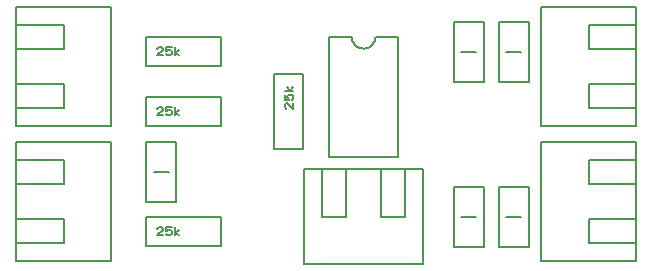
<source format=gto>
G75*
%MOIN*%
%OFA0B0*%
%FSLAX24Y24*%
%IPPOS*%
%LPD*%
%AMOC8*
5,1,8,0,0,1.08239X$1,22.5*
%
%ADD10C,0.0060*%
%ADD11C,0.0080*%
%ADD12C,0.0050*%
D10*
X016683Y008500D02*
X018983Y008500D01*
X018983Y012500D01*
X018233Y012500D01*
X018231Y012461D01*
X018225Y012422D01*
X018216Y012384D01*
X018203Y012347D01*
X018186Y012311D01*
X018166Y012278D01*
X018142Y012246D01*
X018116Y012217D01*
X018087Y012191D01*
X018055Y012167D01*
X018022Y012147D01*
X017986Y012130D01*
X017949Y012117D01*
X017911Y012108D01*
X017872Y012102D01*
X017833Y012100D01*
X017794Y012102D01*
X017755Y012108D01*
X017717Y012117D01*
X017680Y012130D01*
X017644Y012147D01*
X017611Y012167D01*
X017579Y012191D01*
X017550Y012217D01*
X017524Y012246D01*
X017500Y012278D01*
X017480Y012311D01*
X017463Y012347D01*
X017450Y012384D01*
X017441Y012422D01*
X017435Y012461D01*
X017433Y012500D01*
X016683Y012500D01*
X016683Y008500D01*
D11*
X015806Y008760D02*
X014861Y008760D01*
X014861Y011240D01*
X015806Y011240D01*
X015806Y008760D01*
X013073Y009528D02*
X010593Y009528D01*
X010593Y010472D01*
X013073Y010472D01*
X013073Y009528D01*
X011583Y009000D02*
X010583Y009000D01*
X010583Y007000D01*
X011583Y007000D01*
X011583Y009000D01*
X011333Y008000D02*
X010833Y008000D01*
X010593Y006472D02*
X013073Y006472D01*
X013073Y005528D01*
X010593Y005528D01*
X010593Y006472D01*
X010593Y011528D02*
X013073Y011528D01*
X013073Y012472D01*
X010593Y012472D01*
X010593Y011528D01*
X020833Y011000D02*
X020833Y013000D01*
X021833Y013000D01*
X021833Y011000D01*
X020833Y011000D01*
X022333Y011000D02*
X022333Y013000D01*
X023333Y013000D01*
X023333Y011000D01*
X022333Y011000D01*
X022583Y012000D02*
X023083Y012000D01*
X021583Y012000D02*
X021083Y012000D01*
X020833Y007500D02*
X021833Y007500D01*
X021833Y005500D01*
X020833Y005500D01*
X020833Y007500D01*
X022333Y007500D02*
X023333Y007500D01*
X023333Y005500D01*
X022333Y005500D01*
X022333Y007500D01*
X022583Y006500D02*
X023083Y006500D01*
X021583Y006500D02*
X021083Y006500D01*
D12*
X006259Y005622D02*
X006259Y005031D01*
X009408Y005031D01*
X009408Y008969D01*
X006259Y008969D01*
X006259Y008378D01*
X007833Y008378D01*
X007833Y007591D01*
X006259Y007591D01*
X006259Y008378D01*
X006259Y007591D02*
X006259Y006409D01*
X007833Y006409D01*
X007833Y005622D01*
X006259Y005622D01*
X006259Y006409D01*
X010958Y006100D02*
X011003Y006145D01*
X011093Y006145D01*
X011138Y006100D01*
X011138Y006055D01*
X010958Y005875D01*
X011138Y005875D01*
X011253Y005920D02*
X011298Y005875D01*
X011388Y005875D01*
X011433Y005920D01*
X011433Y006010D01*
X011388Y006055D01*
X011343Y006055D01*
X011253Y006010D01*
X011253Y006145D01*
X011433Y006145D01*
X011548Y006145D02*
X011548Y005875D01*
X011548Y005965D02*
X011683Y005875D01*
X011548Y005965D02*
X011683Y006055D01*
X015865Y004925D02*
X015865Y008075D01*
X016455Y008075D01*
X016455Y006500D01*
X017243Y006500D01*
X017243Y008075D01*
X018424Y008075D01*
X018424Y006500D01*
X019211Y006500D01*
X019211Y008075D01*
X019802Y008075D01*
X019802Y004925D01*
X015865Y004925D01*
X016455Y008075D02*
X017243Y008075D01*
X018424Y008075D02*
X019211Y008075D01*
X015478Y010090D02*
X015298Y010270D01*
X015253Y010270D01*
X015208Y010225D01*
X015208Y010135D01*
X015253Y010090D01*
X015478Y010090D02*
X015478Y010270D01*
X015433Y010385D02*
X015478Y010430D01*
X015478Y010520D01*
X015433Y010565D01*
X015343Y010565D01*
X015298Y010520D01*
X015298Y010475D01*
X015343Y010385D01*
X015208Y010385D01*
X015208Y010565D01*
X015208Y010679D02*
X015478Y010679D01*
X015388Y010679D02*
X015298Y010815D01*
X015388Y010679D02*
X015478Y010815D01*
X011683Y010055D02*
X011548Y009965D01*
X011683Y009875D01*
X011548Y009875D02*
X011548Y010145D01*
X011433Y010145D02*
X011253Y010145D01*
X011253Y010010D01*
X011343Y010055D01*
X011388Y010055D01*
X011433Y010010D01*
X011433Y009920D01*
X011388Y009875D01*
X011298Y009875D01*
X011253Y009920D01*
X011138Y009875D02*
X010958Y009875D01*
X011138Y010055D01*
X011138Y010100D01*
X011093Y010145D01*
X011003Y010145D01*
X010958Y010100D01*
X009408Y009531D02*
X009408Y013469D01*
X006259Y013469D01*
X006259Y012878D01*
X007833Y012878D01*
X007833Y012091D01*
X006259Y012091D01*
X006259Y012878D01*
X006259Y012091D02*
X006259Y010909D01*
X007833Y010909D01*
X007833Y010122D01*
X006259Y010122D01*
X006259Y010909D01*
X006259Y010122D02*
X006259Y009531D01*
X009408Y009531D01*
X010958Y011875D02*
X011138Y012055D01*
X011138Y012100D01*
X011093Y012145D01*
X011003Y012145D01*
X010958Y012100D01*
X010958Y011875D02*
X011138Y011875D01*
X011253Y011920D02*
X011298Y011875D01*
X011388Y011875D01*
X011433Y011920D01*
X011433Y012010D01*
X011388Y012055D01*
X011343Y012055D01*
X011253Y012010D01*
X011253Y012145D01*
X011433Y012145D01*
X011548Y012145D02*
X011548Y011875D01*
X011548Y011965D02*
X011683Y012055D01*
X011548Y011965D02*
X011683Y011875D01*
X023759Y013469D02*
X023759Y009531D01*
X026908Y009531D01*
X026908Y010122D01*
X025333Y010122D01*
X025333Y010909D01*
X026908Y010909D01*
X026908Y010122D01*
X026908Y010909D02*
X026908Y012091D01*
X025333Y012091D01*
X025333Y012878D01*
X026908Y012878D01*
X026908Y012091D01*
X026908Y012878D02*
X026908Y013469D01*
X023759Y013469D01*
X023759Y008969D02*
X023759Y005031D01*
X026908Y005031D01*
X026908Y005622D01*
X025333Y005622D01*
X025333Y006409D01*
X026908Y006409D01*
X026908Y005622D01*
X026908Y006409D02*
X026908Y007591D01*
X025333Y007591D01*
X025333Y008378D01*
X026908Y008378D01*
X026908Y007591D01*
X026908Y008378D02*
X026908Y008969D01*
X023759Y008969D01*
M02*

</source>
